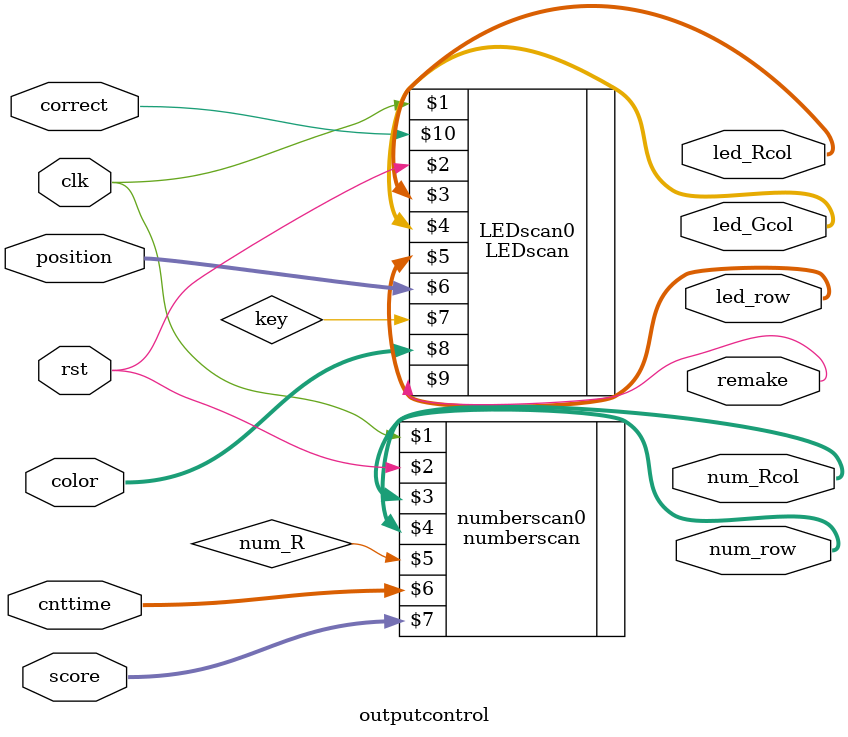
<source format=v>
module outputcontrol(clk,rst,position,cnttime,score,num_row,num_Rcol,led_Rcol,led_Gcol,led_row,color,remake,correct);
	input clk;
	input rst;
	input [16:0]position;
	input [5:0]cnttime;
	input [4:0]score;
	input [1:0]color;
	output [7:0]num_row;
	output [7:0]num_Rcol;
	output [7:0]led_Rcol;
	output [7:0]led_Gcol;
	output [7:0]led_row;
	output remake;
	input correct;
	
	//input [15:0]key;
	LEDscan LEDscan0(clk,rst,led_Rcol,led_Gcol,led_row,position,key,color,remake,correct);
	numberscan numberscan0(clk,rst,num_Rcol,num_row,num_R,cnttime,score);
endmodule

</source>
